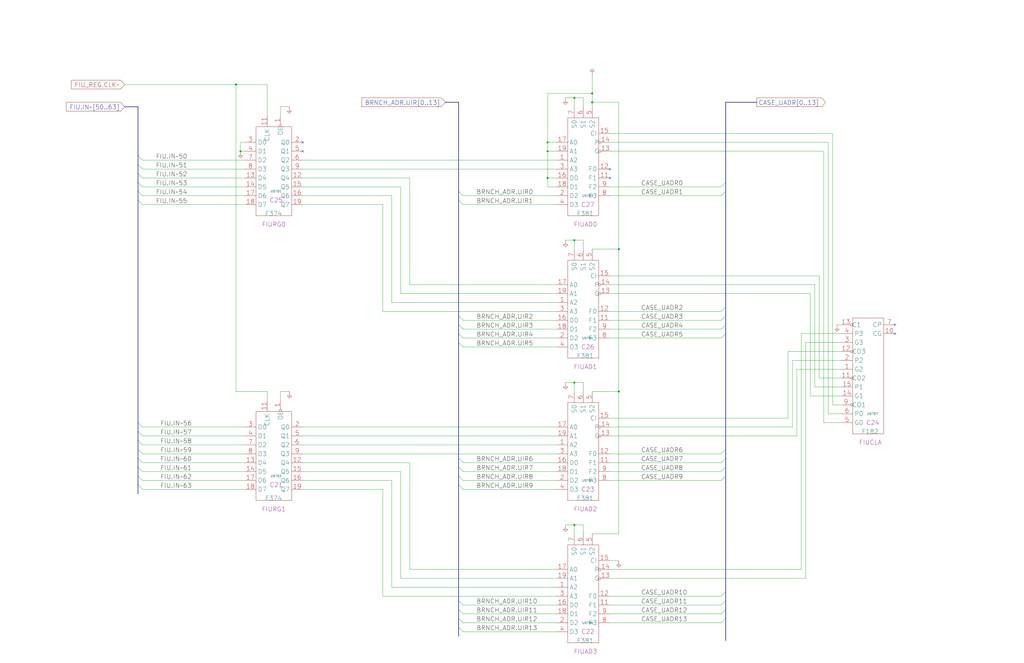
<source format=kicad_sch>
(kicad_sch (version 20211123) (generator eeschema)
  (paper "User" 584.2 378.46)
  (title_block (title "CASE BRANCH ADDER") (date "22-MAY-90") (rev "1.0") (comment 1 "SEQUENCER") (comment 2 "232-003064") (comment 3 "S400") (comment 4 "RELEASED"))
  (lib_symbols
    (symbol "r1000:F182" (pin_names (offset 1.016))
      (property "Reference" "U" (at 2.54 5.08 0))
      (property "Value" "F182" (at -3.81 -5.08 0))
      (property "Location" "___" (at -1.27 0 0))
      (property "Name" "______" (at 1.27 -12.7 0))
      (symbol "F182_1_1"
        (circle (center -9.525 10.16) (radius 0.635))
        (circle (center -9.525 25.4) (radius 0.635))
        (circle (center -9.525 40.64) (radius 0.635))
        (circle (center -9.525 55.88) (radius 0.635))
        (rectangle (start -8.89 59.69) (end 8.89 -6.35))
        (pin input line (at -15.24 30.48 0) (length 6.35) (name "G2") (number "1"))
        (pin output line (at 15.24 50.8 180) (length 6.35) (name "CG") (number "10"))
        (pin output line (at -15.24 25.4 0) (length 5.08) (name "CO2") (number "11"))
        (pin output line (at -15.24 40.64 0) (length 5.08) (name "CO3") (number "12"))
        (pin input line (at -15.24 55.88 0) (length 5.08) (name "C1") (number "13"))
        (pin input line (at -15.24 15.24 0) (length 6.35) (name "G1") (number "14"))
        (pin input line (at -15.24 20.32 0) (length 6.35) (name "P1") (number "15"))
        (pin input line (at -15.24 35.56 0) (length 6.35) (name "P2") (number "2"))
        (pin input line (at -15.24 45.72 0) (length 6.35) (name "G3") (number "3"))
        (pin input line (at -15.24 50.8 0) (length 6.35) (name "P3") (number "4"))
        (pin input line (at -15.24 0 0) (length 6.35) (name "G0") (number "5"))
        (pin input line (at -15.24 5.08 0) (length 6.35) (name "P0") (number "6"))
        (pin output line (at 15.24 55.88 180) (length 6.35) (name "CP") (number "7"))
        (pin output line (at -15.24 10.16 0) (length 5.08) (name "CO1") (number "9"))
      )
    )
    (symbol "r1000:F374" (pin_names (offset 1.016))
      (property "Reference" "U" (at 2.54 5.08 0))
      (property "Value" "F374" (at -3.81 -7.62 0))
      (property "Location" "___" (at -1.27 0 0))
      (property "Name" "______" (at 1.27 -15.24 0))
      (symbol "F374_1_1"
        (rectangle (start -8.89 41.91) (end 11.43 -8.89))
        (circle (center 5.08 42.545) (radius 0.635))
        (pin input line (at 5.08 48.26 270) (length 5.08) (name "OE") (number "1"))
        (pin input line (at -2.54 48.26 270) (length 6.35) (name "CLK") (number "11"))
        (pin tri_state line (at 17.78 12.7 180) (length 6.35) (name "Q4") (number "12"))
        (pin input line (at -15.24 12.7 0) (length 6.35) (name "D4") (number "13"))
        (pin input line (at -15.24 7.62 0) (length 6.35) (name "D5") (number "14"))
        (pin tri_state line (at 17.78 7.62 180) (length 6.35) (name "Q5") (number "15"))
        (pin tri_state line (at 17.78 2.54 180) (length 6.35) (name "Q6") (number "16"))
        (pin input line (at -15.24 2.54 0) (length 6.35) (name "D6") (number "17"))
        (pin input line (at -15.24 -2.54 0) (length 6.35) (name "D7") (number "18"))
        (pin tri_state line (at 17.78 -2.54 180) (length 6.35) (name "Q7") (number "19"))
        (pin tri_state line (at 17.78 33.02 180) (length 6.35) (name "Q0") (number "2"))
        (pin input line (at -15.24 33.02 0) (length 6.35) (name "D0") (number "3"))
        (pin input line (at -15.24 27.94 0) (length 6.35) (name "D1") (number "4"))
        (pin tri_state line (at 17.78 27.94 180) (length 6.35) (name "Q1") (number "5"))
        (pin tri_state line (at 17.78 22.86 180) (length 6.35) (name "Q2") (number "6"))
        (pin input line (at -15.24 22.86 0) (length 6.35) (name "D2") (number "7"))
        (pin input line (at -15.24 17.78 0) (length 6.35) (name "D3") (number "8"))
        (pin tri_state line (at 17.78 17.78 180) (length 6.35) (name "Q3") (number "9"))
      )
    )
    (symbol "r1000:F381" (pin_names (offset 1.016))
      (property "Reference" "U" (at 2.54 5.08 0))
      (property "Value" "F381" (at -3.81 -5.08 0))
      (property "Location" "___" (at -1.27 0 0))
      (property "Name" "______" (at 1.27 -12.7 0))
      (symbol "F381_1_1"
        (rectangle (start -8.89 49.53) (end 8.89 -6.35))
        (circle (center 9.525 30.48) (radius 0.635))
        (circle (center 9.525 35.56) (radius 0.635))
        (pin input line (at -15.24 25.4 0) (length 6.35) (name "A2") (number "1"))
        (pin output line (at 15.24 15.24 180) (length 6.35) (name "F1") (number "11"))
        (pin output line (at 15.24 20.32 180) (length 6.35) (name "F0") (number "12"))
        (pin output line (at 15.24 30.48 180) (length 5.08) (name "G") (number "13"))
        (pin output line (at 15.24 35.56 180) (length 5.08) (name "P") (number "14"))
        (pin input line (at 15.24 40.64 180) (length 6.35) (name "CI") (number "15"))
        (pin input line (at -15.24 15.24 0) (length 6.35) (name "D0") (number "16"))
        (pin input line (at -15.24 35.56 0) (length 6.35) (name "A0") (number "17"))
        (pin input line (at -15.24 10.16 0) (length 6.35) (name "D1") (number "18"))
        (pin input line (at -15.24 30.48 0) (length 6.35) (name "A1") (number "19"))
        (pin input line (at -15.24 5.08 0) (length 6.35) (name "D2") (number "2"))
        (pin input line (at -15.24 20.32 0) (length 6.35) (name "A3") (number "3"))
        (pin input line (at -15.24 0 0) (length 6.35) (name "D3") (number "4"))
        (pin input line (at 5.08 55.88 270) (length 6.35) (name "S2") (number "5"))
        (pin input line (at 0 55.88 270) (length 6.35) (name "S1") (number "6"))
        (pin input line (at -5.08 55.88 270) (length 6.35) (name "S0") (number "7"))
        (pin output line (at 15.24 5.08 180) (length 6.35) (name "F3") (number "8"))
        (pin output line (at 15.24 10.16 180) (length 6.35) (name "F2") (number "9"))
      )
    )
    (symbol "r1000:PD" (power) (pin_numbers hide) (pin_names hide) (in_bom no)
      (symbol "PD_0_1"
        (polyline (pts (xy 0 -2.54) (xy 1.27 -2.54) (xy 0 -3.81) (xy -1.27 -2.54) (xy 0 -2.54)) (stroke (width 0.1524)))
      )
      (symbol "PD_1_1"
        (pin power_in line (at 0 0 270) (length 2.54) (name "PD") (number "1"))
      )
    )
    (symbol "r1000:PU" (power) (pin_numbers hide) (pin_names hide)
      (symbol "PU_0_1"
        (polyline (pts (xy 0 2.54) (xy -1.27 2.54) (xy 0 3.81) (xy 1.27 2.54) (xy 0 2.54)) (stroke (width 0.1524)))
      )
      (symbol "PU_1_1"
        (pin power_in line (at 0 0 90) (length 2.54) (name "PU") (number "1"))
      )
    )
  )
  (bus (pts (xy 254 58.42) (xy 261.62 58.42)))
  (bus (pts (xy 261.62 109.22) (xy 261.62 114.3)))
  (bus (pts (xy 261.62 114.3) (xy 261.62 180.34)))
  (bus (pts (xy 261.62 180.34) (xy 261.62 185.42)))
  (bus (pts (xy 261.62 185.42) (xy 261.62 190.5)))
  (bus (pts (xy 261.62 190.5) (xy 261.62 195.58)))
  (bus (pts (xy 261.62 195.58) (xy 261.62 261.62)))
  (bus (pts (xy 261.62 261.62) (xy 261.62 266.7)))
  (bus (pts (xy 261.62 266.7) (xy 261.62 271.78)))
  (bus (pts (xy 261.62 271.78) (xy 261.62 276.86)))
  (bus (pts (xy 261.62 276.86) (xy 261.62 342.9)))
  (bus (pts (xy 261.62 342.9) (xy 261.62 347.98)))
  (bus (pts (xy 261.62 347.98) (xy 261.62 353.06)))
  (bus (pts (xy 261.62 353.06) (xy 261.62 358.14)))
  (bus (pts (xy 261.62 358.14) (xy 261.62 363.22)))
  (bus (pts (xy 261.62 58.42) (xy 261.62 109.22)))
  (bus (pts (xy 414.02 104.14) (xy 414.02 109.22)))
  (bus (pts (xy 414.02 109.22) (xy 414.02 175.26)))
  (bus (pts (xy 414.02 175.26) (xy 414.02 180.34)))
  (bus (pts (xy 414.02 180.34) (xy 414.02 185.42)))
  (bus (pts (xy 414.02 185.42) (xy 414.02 190.5)))
  (bus (pts (xy 414.02 190.5) (xy 414.02 256.54)))
  (bus (pts (xy 414.02 256.54) (xy 414.02 261.62)))
  (bus (pts (xy 414.02 261.62) (xy 414.02 266.7)))
  (bus (pts (xy 414.02 266.7) (xy 414.02 271.78)))
  (bus (pts (xy 414.02 271.78) (xy 414.02 337.82)))
  (bus (pts (xy 414.02 337.82) (xy 414.02 342.9)))
  (bus (pts (xy 414.02 342.9) (xy 414.02 347.98)))
  (bus (pts (xy 414.02 347.98) (xy 414.02 353.06)))
  (bus (pts (xy 414.02 353.06) (xy 414.02 365.76)))
  (bus (pts (xy 414.02 58.42) (xy 414.02 104.14)))
  (bus (pts (xy 414.02 58.42) (xy 431.8 58.42)))
  (bus (pts (xy 78.74 104.14) (xy 78.74 109.22)))
  (bus (pts (xy 78.74 109.22) (xy 78.74 114.3)))
  (bus (pts (xy 78.74 114.3) (xy 78.74 241.3)))
  (bus (pts (xy 78.74 241.3) (xy 78.74 246.38)))
  (bus (pts (xy 78.74 246.38) (xy 78.74 251.46)))
  (bus (pts (xy 78.74 251.46) (xy 78.74 256.54)))
  (bus (pts (xy 78.74 256.54) (xy 78.74 261.62)))
  (bus (pts (xy 78.74 261.62) (xy 78.74 266.7)))
  (bus (pts (xy 78.74 266.7) (xy 78.74 271.78)))
  (bus (pts (xy 78.74 271.78) (xy 78.74 276.86)))
  (bus (pts (xy 78.74 276.86) (xy 78.74 281.94)))
  (bus (pts (xy 78.74 60.96) (xy 71.12 60.96)))
  (bus (pts (xy 78.74 60.96) (xy 78.74 88.9)))
  (bus (pts (xy 78.74 88.9) (xy 78.74 93.98)))
  (bus (pts (xy 78.74 93.98) (xy 78.74 99.06)))
  (bus (pts (xy 78.74 99.06) (xy 78.74 104.14)))
  (wire (pts (xy 134.62 223.52) (xy 152.4 223.52)))
  (wire (pts (xy 134.62 48.26) (xy 134.62 223.52)))
  (wire (pts (xy 134.62 48.26) (xy 152.4 48.26)))
  (wire (pts (xy 137.16 81.28) (xy 137.16 86.36)))
  (wire (pts (xy 137.16 86.36) (xy 139.7 86.36)))
  (wire (pts (xy 139.7 81.28) (xy 137.16 81.28)))
  (wire (pts (xy 152.4 223.52) (xy 152.4 228.6)))
  (wire (pts (xy 152.4 48.26) (xy 152.4 66.04)))
  (wire (pts (xy 160.02 223.52) (xy 160.02 228.6)))
  (wire (pts (xy 160.02 60.96) (xy 160.02 66.04)))
  (wire (pts (xy 165.1 223.52) (xy 160.02 223.52)))
  (wire (pts (xy 165.1 60.96) (xy 160.02 60.96)))
  (wire (pts (xy 172.72 243.84) (xy 317.5 243.84)))
  (wire (pts (xy 172.72 248.92) (xy 317.5 248.92)))
  (wire (pts (xy 172.72 254) (xy 317.5 254)))
  (wire (pts (xy 172.72 259.08) (xy 317.5 259.08)))
  (wire (pts (xy 172.72 91.44) (xy 317.5 91.44)))
  (wire (pts (xy 172.72 96.52) (xy 317.5 96.52)))
  (wire (pts (xy 218.44 116.84) (xy 172.72 116.84)))
  (wire (pts (xy 218.44 177.8) (xy 218.44 116.84)))
  (wire (pts (xy 218.44 279.4) (xy 172.72 279.4)))
  (wire (pts (xy 218.44 340.36) (xy 218.44 279.4)))
  (wire (pts (xy 223.52 111.76) (xy 172.72 111.76)))
  (wire (pts (xy 223.52 172.72) (xy 223.52 111.76)))
  (wire (pts (xy 223.52 274.32) (xy 172.72 274.32)))
  (wire (pts (xy 223.52 335.28) (xy 223.52 274.32)))
  (wire (pts (xy 228.6 106.68) (xy 172.72 106.68)))
  (wire (pts (xy 228.6 167.64) (xy 228.6 106.68)))
  (wire (pts (xy 228.6 269.24) (xy 172.72 269.24)))
  (wire (pts (xy 228.6 330.2) (xy 228.6 269.24)))
  (wire (pts (xy 233.68 101.6) (xy 172.72 101.6)))
  (wire (pts (xy 233.68 162.56) (xy 233.68 101.6)))
  (wire (pts (xy 233.68 264.16) (xy 172.72 264.16)))
  (wire (pts (xy 233.68 325.12) (xy 233.68 264.16)))
  (wire (pts (xy 264.16 111.76) (xy 317.5 111.76)))
  (wire (pts (xy 264.16 116.84) (xy 317.5 116.84)))
  (wire (pts (xy 264.16 182.88) (xy 317.5 182.88)))
  (wire (pts (xy 264.16 187.96) (xy 317.5 187.96)))
  (wire (pts (xy 264.16 193.04) (xy 317.5 193.04)))
  (wire (pts (xy 264.16 198.12) (xy 317.5 198.12)))
  (wire (pts (xy 264.16 264.16) (xy 317.5 264.16)))
  (wire (pts (xy 264.16 269.24) (xy 317.5 269.24)))
  (wire (pts (xy 264.16 274.32) (xy 317.5 274.32)))
  (wire (pts (xy 264.16 279.4) (xy 317.5 279.4)))
  (wire (pts (xy 264.16 345.44) (xy 317.5 345.44)))
  (wire (pts (xy 264.16 350.52) (xy 317.5 350.52)))
  (wire (pts (xy 264.16 355.6) (xy 317.5 355.6)))
  (wire (pts (xy 264.16 360.68) (xy 317.5 360.68)))
  (wire (pts (xy 312.42 101.6) (xy 312.42 106.68)))
  (wire (pts (xy 312.42 101.6) (xy 317.5 101.6)))
  (wire (pts (xy 312.42 106.68) (xy 317.5 106.68)))
  (wire (pts (xy 312.42 53.34) (xy 312.42 81.28)))
  (wire (pts (xy 312.42 81.28) (xy 312.42 86.36)))
  (wire (pts (xy 312.42 81.28) (xy 317.5 81.28)))
  (wire (pts (xy 312.42 86.36) (xy 312.42 101.6)))
  (wire (pts (xy 312.42 86.36) (xy 317.5 86.36)))
  (wire (pts (xy 317.5 162.56) (xy 233.68 162.56)))
  (wire (pts (xy 317.5 167.64) (xy 228.6 167.64)))
  (wire (pts (xy 317.5 172.72) (xy 223.52 172.72)))
  (wire (pts (xy 317.5 177.8) (xy 218.44 177.8)))
  (wire (pts (xy 317.5 325.12) (xy 233.68 325.12)))
  (wire (pts (xy 317.5 330.2) (xy 228.6 330.2)))
  (wire (pts (xy 317.5 335.28) (xy 223.52 335.28)))
  (wire (pts (xy 317.5 340.36) (xy 218.44 340.36)))
  (wire (pts (xy 322.58 137.16) (xy 327.66 137.16)))
  (wire (pts (xy 322.58 218.44) (xy 327.66 218.44)))
  (wire (pts (xy 322.58 299.72) (xy 327.66 299.72)))
  (wire (pts (xy 322.58 55.88) (xy 327.66 55.88)))
  (wire (pts (xy 327.66 137.16) (xy 327.66 142.24)))
  (wire (pts (xy 327.66 137.16) (xy 332.74 137.16)))
  (wire (pts (xy 327.66 218.44) (xy 327.66 223.52)))
  (wire (pts (xy 327.66 218.44) (xy 332.74 218.44)))
  (wire (pts (xy 327.66 299.72) (xy 327.66 304.8)))
  (wire (pts (xy 327.66 299.72) (xy 332.74 299.72)))
  (wire (pts (xy 327.66 55.88) (xy 327.66 60.96)))
  (wire (pts (xy 327.66 55.88) (xy 332.74 55.88)))
  (wire (pts (xy 332.74 142.24) (xy 332.74 137.16)))
  (wire (pts (xy 332.74 223.52) (xy 332.74 218.44)))
  (wire (pts (xy 332.74 304.8) (xy 332.74 299.72)))
  (wire (pts (xy 332.74 60.96) (xy 332.74 55.88)))
  (wire (pts (xy 337.82 142.24) (xy 353.06 142.24)))
  (wire (pts (xy 337.82 223.52) (xy 353.06 223.52)))
  (wire (pts (xy 337.82 304.8) (xy 353.06 304.8)))
  (wire (pts (xy 337.82 43.18) (xy 337.82 53.34)))
  (wire (pts (xy 337.82 53.34) (xy 312.42 53.34)))
  (wire (pts (xy 337.82 53.34) (xy 337.82 58.42)))
  (wire (pts (xy 337.82 58.42) (xy 337.82 60.96)))
  (wire (pts (xy 347.98 106.68) (xy 411.48 106.68)))
  (wire (pts (xy 347.98 111.76) (xy 411.48 111.76)))
  (wire (pts (xy 347.98 157.48) (xy 467.36 157.48)))
  (wire (pts (xy 347.98 162.56) (xy 464.82 162.56)))
  (wire (pts (xy 347.98 167.64) (xy 462.28 167.64)))
  (wire (pts (xy 347.98 177.8) (xy 411.48 177.8)))
  (wire (pts (xy 347.98 182.88) (xy 411.48 182.88)))
  (wire (pts (xy 347.98 187.96) (xy 411.48 187.96)))
  (wire (pts (xy 347.98 193.04) (xy 411.48 193.04)))
  (wire (pts (xy 347.98 238.76) (xy 449.58 238.76)))
  (wire (pts (xy 347.98 243.84) (xy 452.12 243.84)))
  (wire (pts (xy 347.98 248.92) (xy 454.66 248.92)))
  (wire (pts (xy 347.98 259.08) (xy 411.48 259.08)))
  (wire (pts (xy 347.98 264.16) (xy 411.48 264.16)))
  (wire (pts (xy 347.98 269.24) (xy 411.48 269.24)))
  (wire (pts (xy 347.98 274.32) (xy 411.48 274.32)))
  (wire (pts (xy 347.98 320.04) (xy 353.06 320.04)))
  (wire (pts (xy 347.98 325.12) (xy 457.2 325.12)))
  (wire (pts (xy 347.98 330.2) (xy 459.74 330.2)))
  (wire (pts (xy 347.98 340.36) (xy 411.48 340.36)))
  (wire (pts (xy 347.98 345.44) (xy 411.48 345.44)))
  (wire (pts (xy 347.98 350.52) (xy 411.48 350.52)))
  (wire (pts (xy 347.98 355.6) (xy 411.48 355.6)))
  (wire (pts (xy 347.98 76.2) (xy 474.98 76.2)))
  (wire (pts (xy 347.98 81.28) (xy 472.44 81.28)))
  (wire (pts (xy 347.98 86.36) (xy 469.9 86.36)))
  (wire (pts (xy 353.06 142.24) (xy 353.06 223.52)))
  (wire (pts (xy 353.06 142.24) (xy 353.06 58.42)))
  (wire (pts (xy 353.06 304.8) (xy 353.06 223.52)))
  (wire (pts (xy 353.06 58.42) (xy 337.82 58.42)))
  (wire (pts (xy 449.58 200.66) (xy 480.06 200.66)))
  (wire (pts (xy 449.58 238.76) (xy 449.58 200.66)))
  (wire (pts (xy 452.12 205.74) (xy 480.06 205.74)))
  (wire (pts (xy 452.12 243.84) (xy 452.12 205.74)))
  (wire (pts (xy 454.66 210.82) (xy 480.06 210.82)))
  (wire (pts (xy 454.66 248.92) (xy 454.66 210.82)))
  (wire (pts (xy 457.2 190.5) (xy 480.06 190.5)))
  (wire (pts (xy 457.2 325.12) (xy 457.2 190.5)))
  (wire (pts (xy 459.74 195.58) (xy 480.06 195.58)))
  (wire (pts (xy 459.74 330.2) (xy 459.74 195.58)))
  (wire (pts (xy 462.28 167.64) (xy 462.28 226.06)))
  (wire (pts (xy 462.28 226.06) (xy 480.06 226.06)))
  (wire (pts (xy 464.82 162.56) (xy 464.82 220.98)))
  (wire (pts (xy 464.82 220.98) (xy 480.06 220.98)))
  (wire (pts (xy 467.36 157.48) (xy 467.36 215.9)))
  (wire (pts (xy 467.36 215.9) (xy 480.06 215.9)))
  (wire (pts (xy 469.9 241.3) (xy 480.06 241.3)))
  (wire (pts (xy 469.9 86.36) (xy 469.9 241.3)))
  (wire (pts (xy 472.44 236.22) (xy 480.06 236.22)))
  (wire (pts (xy 472.44 81.28) (xy 472.44 236.22)))
  (wire (pts (xy 474.98 231.14) (xy 480.06 231.14)))
  (wire (pts (xy 474.98 76.2) (xy 474.98 231.14)))
  (wire (pts (xy 477.52 185.42) (xy 480.06 185.42)))
  (wire (pts (xy 71.12 48.26) (xy 134.62 48.26)))
  (wire (pts (xy 81.28 101.6) (xy 139.7 101.6)))
  (wire (pts (xy 81.28 106.68) (xy 139.7 106.68)))
  (wire (pts (xy 81.28 111.76) (xy 139.7 111.76)))
  (wire (pts (xy 81.28 116.84) (xy 139.7 116.84)))
  (wire (pts (xy 81.28 243.84) (xy 139.7 243.84)))
  (wire (pts (xy 81.28 248.92) (xy 139.7 248.92)))
  (wire (pts (xy 81.28 254) (xy 139.7 254)))
  (wire (pts (xy 81.28 259.08) (xy 139.7 259.08)))
  (wire (pts (xy 81.28 264.16) (xy 139.7 264.16)))
  (wire (pts (xy 81.28 269.24) (xy 139.7 269.24)))
  (wire (pts (xy 81.28 274.32) (xy 139.7 274.32)))
  (wire (pts (xy 81.28 279.4) (xy 139.7 279.4)))
  (wire (pts (xy 81.28 91.44) (xy 139.7 91.44)))
  (wire (pts (xy 81.28 96.52) (xy 139.7 96.52)))
  (global_label "FIU_REG.CLK~" (shape input) (at 71.12 48.26 180) (effects (font (size 2.54 2.54))) (property "Intersheet References" "${INTERSHEET_REFS}" (at 40.773 48.1013 0) (effects (font (size 2.54 2.54)) (justify right))))
  (global_label "FIU.IN~[50..63]" (shape input) (at 71.12 60.96 180) (effects (font (size 2.54 2.54))) (property "Intersheet References" "${INTERSHEET_REFS}" (at 37.8702 60.8013 0) (effects (font (size 2.54 2.54)) (justify right))))
  (bus_entry (at 78.74 88.9) (size 2.54 2.54))
  (bus_entry (at 78.74 93.98) (size 2.54 2.54))
  (bus_entry (at 78.74 99.06) (size 2.54 2.54))
  (bus_entry (at 78.74 104.14) (size 2.54 2.54))
  (bus_entry (at 78.74 109.22) (size 2.54 2.54))
  (bus_entry (at 78.74 114.3) (size 2.54 2.54))
  (bus_entry (at 78.74 241.3) (size 2.54 2.54))
  (bus_entry (at 78.74 246.38) (size 2.54 2.54))
  (bus_entry (at 78.74 251.46) (size 2.54 2.54))
  (bus_entry (at 78.74 256.54) (size 2.54 2.54))
  (bus_entry (at 78.74 261.62) (size 2.54 2.54))
  (bus_entry (at 78.74 266.7) (size 2.54 2.54))
  (bus_entry (at 78.74 271.78) (size 2.54 2.54))
  (bus_entry (at 78.74 276.86) (size 2.54 2.54))
  (label "FIU.IN~50" (at 88.9 91.44 0) (effects (font (size 2.54 2.54))))
  (label "FIU.IN~51" (at 88.9 96.52 0) (effects (font (size 2.54 2.54))))
  (label "FIU.IN~52" (at 88.9 101.6 0) (effects (font (size 2.54 2.54))))
  (label "FIU.IN~53" (at 88.9 106.68 0) (effects (font (size 2.54 2.54))))
  (label "FIU.IN~54" (at 88.9 111.76 0) (effects (font (size 2.54 2.54))))
  (label "FIU.IN~55" (at 88.9 116.84 0) (effects (font (size 2.54 2.54))))
  (label "FIU.IN~56" (at 91.44 243.84 0) (effects (font (size 2.54 2.54))))
  (label "FIU.IN~57" (at 91.44 248.92 0) (effects (font (size 2.54 2.54))))
  (label "FIU.IN~58" (at 91.44 254 0) (effects (font (size 2.54 2.54))))
  (label "FIU.IN~59" (at 91.44 259.08 0) (effects (font (size 2.54 2.54))))
  (label "FIU.IN~60" (at 91.44 264.16 0) (effects (font (size 2.54 2.54))))
  (label "FIU.IN~61" (at 91.44 269.24 0) (effects (font (size 2.54 2.54))))
  (label "FIU.IN~62" (at 91.44 274.32 0) (effects (font (size 2.54 2.54))))
  (label "FIU.IN~63" (at 91.44 279.4 0) (effects (font (size 2.54 2.54))))
  (junction (at 134.62 48.26))
  (junction (at 137.16 86.36))
  (symbol (lib_id "r1000:PD") (at 137.16 86.36 0) (unit 1) (in_bom no)
    (property "Reference" "#PWR05701" (effects hide))
    (property "Value" "PD" (effects hide))
  )
  (symbol (lib_id "r1000:F374") (at 154.94 114.3 0) (unit 1)
    (property "Reference" "U5701" (at 157.48 109.22 0))
    (property "Value" "F374" (at 151.13 121.92 0) (effects (font (size 2.54 2.54)) (justify left)))
    (property "Location" "C25" (at 153.67 114.3 0) (effects (font (size 2.54 2.54)) (justify left)))
    (property "Name" "FIURG0" (at 156.21 129.54 0) (effects (font (size 2.54 2.54)) (justify bottom)))
  )
  (symbol (lib_id "r1000:F374") (at 154.94 276.86 0) (unit 1)
    (property "Reference" "U5702" (at 157.48 271.78 0))
    (property "Value" "F374" (at 151.13 284.48 0) (effects (font (size 2.54 2.54)) (justify left)))
    (property "Location" "C21" (at 153.67 276.86 0) (effects (font (size 2.54 2.54)) (justify left)))
    (property "Name" "FIURG1" (at 156.21 292.1 0) (effects (font (size 2.54 2.54)) (justify bottom)))
  )
  (symbol (lib_id "r1000:PD") (at 165.1 60.96 0) (unit 1) (in_bom no)
    (property "Reference" "#PWR0148" (effects hide))
    (property "Value" "PD" (effects hide))
  )
  (symbol (lib_id "r1000:PD") (at 165.1 223.52 0) (unit 1) (in_bom no)
    (property "Reference" "#PWR0149" (effects hide))
    (property "Value" "PD" (effects hide))
  )
  (no_connect (at 172.72 81.28))
  (no_connect (at 172.72 86.36))
  (global_label "BRNCH_ADR.UIR[0..13]" (shape input) (at 254 58.42 180) (effects (font (size 2.54 2.54))) (property "Intersheet References" "${INTERSHEET_REFS}" (at 206.3569 58.2613 0) (effects (font (size 2.54 2.54)) (justify right))))
  (bus_entry (at 261.62 109.22) (size 2.54 2.54))
  (bus_entry (at 261.62 114.3) (size 2.54 2.54))
  (bus_entry (at 261.62 180.34) (size 2.54 2.54))
  (bus_entry (at 261.62 185.42) (size 2.54 2.54))
  (bus_entry (at 261.62 190.5) (size 2.54 2.54))
  (bus_entry (at 261.62 195.58) (size 2.54 2.54))
  (bus_entry (at 261.62 261.62) (size 2.54 2.54))
  (bus_entry (at 261.62 266.7) (size 2.54 2.54))
  (bus_entry (at 261.62 271.78) (size 2.54 2.54))
  (bus_entry (at 261.62 276.86) (size 2.54 2.54))
  (bus_entry (at 261.62 342.9) (size 2.54 2.54))
  (bus_entry (at 261.62 347.98) (size 2.54 2.54))
  (bus_entry (at 261.62 353.06) (size 2.54 2.54))
  (bus_entry (at 261.62 358.14) (size 2.54 2.54))
  (label "BRNCH_ADR.UIR0" (at 271.78 111.76 0) (effects (font (size 2.54 2.54))))
  (label "BRNCH_ADR.UIR1" (at 271.78 116.84 0) (effects (font (size 2.54 2.54))))
  (label "BRNCH_ADR.UIR2" (at 271.78 182.88 0) (effects (font (size 2.54 2.54))))
  (label "BRNCH_ADR.UIR3" (at 271.78 187.96 0) (effects (font (size 2.54 2.54))))
  (label "BRNCH_ADR.UIR4" (at 271.78 193.04 0) (effects (font (size 2.54 2.54))))
  (label "BRNCH_ADR.UIR5" (at 271.78 198.12 0) (effects (font (size 2.54 2.54))))
  (label "BRNCH_ADR.UIR6" (at 271.78 264.16 0) (effects (font (size 2.54 2.54))))
  (label "BRNCH_ADR.UIR7" (at 271.78 269.24 0) (effects (font (size 2.54 2.54))))
  (label "BRNCH_ADR.UIR8" (at 271.78 274.32 0) (effects (font (size 2.54 2.54))))
  (label "BRNCH_ADR.UIR9" (at 271.78 279.4 0) (effects (font (size 2.54 2.54))))
  (label "BRNCH_ADR.UIR10" (at 271.78 345.44 0) (effects (font (size 2.54 2.54))))
  (label "BRNCH_ADR.UIR11" (at 271.78 350.52 0) (effects (font (size 2.54 2.54))))
  (label "BRNCH_ADR.UIR12" (at 271.78 355.6 0) (effects (font (size 2.54 2.54))))
  (label "BRNCH_ADR.UIR13" (at 271.78 360.68 0) (effects (font (size 2.54 2.54))))
  (junction (at 312.42 81.28))
  (junction (at 312.42 86.36))
  (junction (at 312.42 101.6))
  (symbol (lib_id "r1000:PD") (at 322.58 55.88 0) (unit 1) (in_bom no)
    (property "Reference" "#PWR05702" (effects hide))
    (property "Value" "PD" (effects hide))
  )
  (symbol (lib_id "r1000:PD") (at 322.58 137.16 0) (unit 1) (in_bom no)
    (property "Reference" "#PWR05703" (effects hide))
    (property "Value" "PD" (effects hide))
  )
  (symbol (lib_id "r1000:PD") (at 322.58 218.44 0) (unit 1) (in_bom no)
    (property "Reference" "#PWR05704" (effects hide))
    (property "Value" "PD" (effects hide))
  )
  (symbol (lib_id "r1000:PD") (at 322.58 299.72 0) (unit 1) (in_bom no)
    (property "Reference" "#PWR05705" (effects hide))
    (property "Value" "PD" (effects hide))
  )
  (junction (at 327.66 55.88))
  (junction (at 327.66 137.16))
  (junction (at 327.66 218.44))
  (junction (at 327.66 299.72))
  (symbol (lib_id "r1000:F381") (at 332.74 116.84 0) (unit 1)
    (property "Reference" "U5703" (at 335.28 111.76 0))
    (property "Value" "F381" (at 328.93 121.92 0) (effects (font (size 2.54 2.54)) (justify left)))
    (property "Location" "C27" (at 331.47 116.84 0) (effects (font (size 2.54 2.54)) (justify left)))
    (property "Name" "FIUAD0" (at 334.01 129.54 0) (effects (font (size 2.54 2.54)) (justify bottom)))
  )
  (symbol (lib_id "r1000:F381") (at 332.74 198.12 0) (unit 1)
    (property "Reference" "U5704" (at 335.28 193.04 0))
    (property "Value" "F381" (at 328.93 203.2 0) (effects (font (size 2.54 2.54)) (justify left)))
    (property "Location" "C26" (at 331.47 198.12 0) (effects (font (size 2.54 2.54)) (justify left)))
    (property "Name" "FIUAD1" (at 334.01 210.82 0) (effects (font (size 2.54 2.54)) (justify bottom)))
  )
  (symbol (lib_id "r1000:F381") (at 332.74 279.4 0) (unit 1)
    (property "Reference" "U5705" (at 335.28 274.32 0))
    (property "Value" "F381" (at 328.93 284.48 0) (effects (font (size 2.54 2.54)) (justify left)))
    (property "Location" "C23" (at 331.47 279.4 0) (effects (font (size 2.54 2.54)) (justify left)))
    (property "Name" "FIUAD2" (at 334.01 292.1 0) (effects (font (size 2.54 2.54)) (justify bottom)))
  )
  (symbol (lib_id "r1000:F381") (at 332.74 360.68 0) (unit 1)
    (property "Reference" "U5706" (at 335.28 355.6 0))
    (property "Value" "F381" (at 328.93 365.76 0) (effects (font (size 2.54 2.54)) (justify left)))
    (property "Location" "C22" (at 331.47 360.68 0) (effects (font (size 2.54 2.54)) (justify left)))
    (property "Name" "FIUAD3" (at 334.01 373.38 0) (effects (font (size 2.54 2.54)) (justify bottom)))
  )
  (symbol (lib_id "r1000:PU") (at 337.82 43.18 0) (unit 1)
    (property "Reference" "#PWR05706" (effects hide))
    (property "Value" "PU" (effects hide))
  )
  (junction (at 337.82 53.34))
  (junction (at 337.82 58.42))
  (no_connect (at 347.98 96.52))
  (no_connect (at 347.98 101.6))
  (junction (at 353.06 142.24))
  (junction (at 353.06 223.52))
  (symbol (lib_id "r1000:PD") (at 353.06 320.04 0) (unit 1) (in_bom no)
    (property "Reference" "#PWR05707" (effects hide))
    (property "Value" "PD" (effects hide))
  )
  (label "CASE_UADR0" (at 365.76 106.68 0) (effects (font (size 2.54 2.54))))
  (label "CASE_UADR1" (at 365.76 111.76 0) (effects (font (size 2.54 2.54))))
  (label "CASE_UADR2" (at 365.76 177.8 0) (effects (font (size 2.54 2.54))))
  (label "CASE_UADR3" (at 365.76 182.88 0) (effects (font (size 2.54 2.54))))
  (label "CASE_UADR4" (at 365.76 187.96 0) (effects (font (size 2.54 2.54))))
  (label "CASE_UADR5" (at 365.76 193.04 0) (effects (font (size 2.54 2.54))))
  (label "CASE_UADR6" (at 365.76 259.08 0) (effects (font (size 2.54 2.54))))
  (label "CASE_UADR7" (at 365.76 264.16 0) (effects (font (size 2.54 2.54))))
  (label "CASE_UADR8" (at 365.76 269.24 0) (effects (font (size 2.54 2.54))))
  (label "CASE_UADR9" (at 365.76 274.32 0) (effects (font (size 2.54 2.54))))
  (label "CASE_UADR10" (at 365.76 340.36 0) (effects (font (size 2.54 2.54))))
  (label "CASE_UADR11" (at 365.76 345.44 0) (effects (font (size 2.54 2.54))))
  (label "CASE_UADR12" (at 365.76 350.52 0) (effects (font (size 2.54 2.54))))
  (label "CASE_UADR13" (at 365.76 355.6 0) (effects (font (size 2.54 2.54))))
  (bus_entry (at 414.02 104.14) (size -2.54 2.54))
  (bus_entry (at 414.02 109.22) (size -2.54 2.54))
  (bus_entry (at 414.02 175.26) (size -2.54 2.54))
  (bus_entry (at 414.02 180.34) (size -2.54 2.54))
  (bus_entry (at 414.02 185.42) (size -2.54 2.54))
  (bus_entry (at 414.02 190.5) (size -2.54 2.54))
  (bus_entry (at 414.02 256.54) (size -2.54 2.54))
  (bus_entry (at 414.02 261.62) (size -2.54 2.54))
  (bus_entry (at 414.02 266.7) (size -2.54 2.54))
  (bus_entry (at 414.02 271.78) (size -2.54 2.54))
  (bus_entry (at 414.02 337.82) (size -2.54 2.54))
  (bus_entry (at 414.02 342.9) (size -2.54 2.54))
  (bus_entry (at 414.02 347.98) (size -2.54 2.54))
  (bus_entry (at 414.02 353.06) (size -2.54 2.54))
  (global_label "CASE_UADR[0..13]" (shape output) (at 431.8 58.42 0) (effects (font (size 2.54 2.54))) (property "Intersheet References" "${INTERSHEET_REFS}" (at 470.9765 58.2613 0) (effects (font (size 2.54 2.54)) (justify left))))
  (symbol (lib_id "r1000:PD") (at 477.52 185.42 0) (unit 1) (in_bom no)
    (property "Reference" "#PWR05708" (effects hide))
    (property "Value" "PD" (effects hide))
  )
  (symbol (lib_id "r1000:F182") (at 495.3 241.3 0) (unit 1)
    (property "Reference" "U5707" (at 497.84 236.22 0))
    (property "Value" "F182" (at 491.49 246.38 0) (effects (font (size 2.54 2.54)) (justify left)))
    (property "Location" "C24" (at 494.03 241.3 0) (effects (font (size 2.54 2.54)) (justify left)))
    (property "Name" "FIUCLA" (at 496.57 254 0) (effects (font (size 2.54 2.54)) (justify bottom)))
  )
  (no_connect (at 510.54 185.42))
  (no_connect (at 510.54 190.5))
)
</source>
